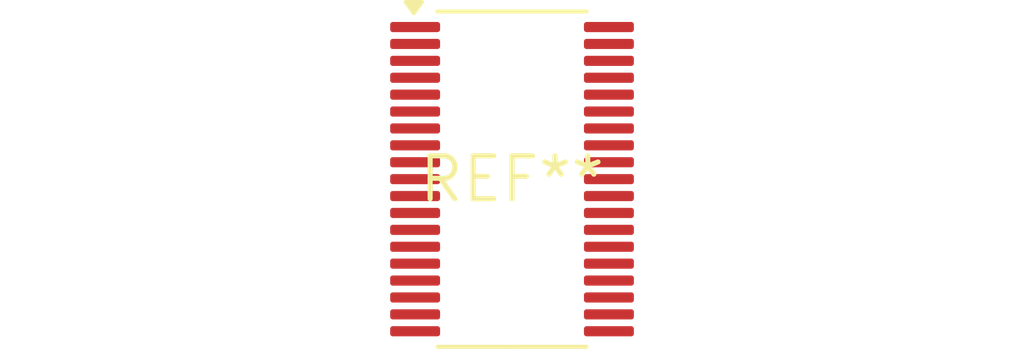
<source format=kicad_pcb>
(kicad_pcb (version 20240108) (generator pcbnew)
  (layers (0 "F.Cu" signal) (31 "B.Cu" signal) (34 "B.Paste" user) (35 "F.Paste" user) (36 "B.SilkS" user "B.Silkscreen") (37 "F.SilkS" user "F.Silkscreen") (38 "B.Mask" user) (39 "F.Mask" user) (44 "Edge.Cuts" user))
  (net 0 "")
  (footprint "TSSOP-38_4.4x9.7mm_P0.5mm" (layer "F.Cu") (at 0 0)
    (property "Reference" "REF**")
    (property "Value" "TSSOP-38_4.4x9.7mm_P0.5mm")
    (fp_line (start 0 -4.96) (end -2.2 -4.96) (layer "F.SilkS") (stroke (width 0.12)))
    (fp_line (start 0 -4.96) (end 2.2 -4.96) (layer "F.SilkS") (stroke (width 0.12)))
    (fp_line (start 0 4.96) (end -2.2 4.96) (layer "F.SilkS") (stroke (width 0.12)))
    (fp_line (start 0 4.96) (end 2.2 4.96) (layer "F.SilkS") (stroke (width 0.12)))
    (fp_poly (pts (xy -2.9 -4.91) (xy -3.14 -5.24) (xy -2.66 -5.24) (xy -2.9 -4.91)) (layer "F.SilkS") (stroke (width 0.12)) (fill solid))
    (pad "1" smd roundrect (at -2.8625 -4.5) (size 1.475 0.3) (layers "F.Cu" "F.Paste" "F.Mask"))
    (pad "2" smd roundrect (at -2.8625 -4) (size 1.475 0.3) (layers "F.Cu" "F.Paste" "F.Mask"))
    (pad "3" smd roundrect (at -2.8625 -3.5) (size 1.475 0.3) (layers "F.Cu" "F.Paste" "F.Mask"))
    (pad "4" smd roundrect (at -2.8625 -3) (size 1.475 0.3) (layers "F.Cu" "F.Paste" "F.Mask"))
    (pad "5" smd roundrect (at -2.8625 -2.5) (size 1.475 0.3) (layers "F.Cu" "F.Paste" "F.Mask"))
    (pad "6" smd roundrect (at -2.8625 -2) (size 1.475 0.3) (layers "F.Cu" "F.Paste" "F.Mask"))
    (pad "7" smd roundrect (at -2.8625 -1.5) (size 1.475 0.3) (layers "F.Cu" "F.Paste" "F.Mask"))
    (pad "8" smd roundrect (at -2.8625 -1) (size 1.475 0.3) (layers "F.Cu" "F.Paste" "F.Mask"))
    (pad "9" smd roundrect (at -2.8625 -0.5) (size 1.475 0.3) (layers "F.Cu" "F.Paste" "F.Mask"))
    (pad "10" smd roundrect (at -2.8625 0) (size 1.475 0.3) (layers "F.Cu" "F.Paste" "F.Mask"))
    (pad "11" smd roundrect (at -2.8625 0.5) (size 1.475 0.3) (layers "F.Cu" "F.Paste" "F.Mask"))
    (pad "12" smd roundrect (at -2.8625 1) (size 1.475 0.3) (layers "F.Cu" "F.Paste" "F.Mask"))
    (pad "13" smd roundrect (at -2.8625 1.5) (size 1.475 0.3) (layers "F.Cu" "F.Paste" "F.Mask"))
    (pad "14" smd roundrect (at -2.8625 2) (size 1.475 0.3) (layers "F.Cu" "F.Paste" "F.Mask"))
    (pad "15" smd roundrect (at -2.8625 2.5) (size 1.475 0.3) (layers "F.Cu" "F.Paste" "F.Mask"))
    (pad "16" smd roundrect (at -2.8625 3) (size 1.475 0.3) (layers "F.Cu" "F.Paste" "F.Mask"))
    (pad "17" smd roundrect (at -2.8625 3.5) (size 1.475 0.3) (layers "F.Cu" "F.Paste" "F.Mask"))
    (pad "18" smd roundrect (at -2.8625 4) (size 1.475 0.3) (layers "F.Cu" "F.Paste" "F.Mask"))
    (pad "19" smd roundrect (at -2.8625 4.5) (size 1.475 0.3) (layers "F.Cu" "F.Paste" "F.Mask"))
    (pad "20" smd roundrect (at 2.8625 4.5) (size 1.475 0.3) (layers "F.Cu" "F.Paste" "F.Mask"))
    (pad "21" smd roundrect (at 2.8625 4) (size 1.475 0.3) (layers "F.Cu" "F.Paste" "F.Mask"))
    (pad "22" smd roundrect (at 2.8625 3.5) (size 1.475 0.3) (layers "F.Cu" "F.Paste" "F.Mask"))
    (pad "23" smd roundrect (at 2.8625 3) (size 1.475 0.3) (layers "F.Cu" "F.Paste" "F.Mask"))
    (pad "24" smd roundrect (at 2.8625 2.5) (size 1.475 0.3) (layers "F.Cu" "F.Paste" "F.Mask"))
    (pad "25" smd roundrect (at 2.8625 2) (size 1.475 0.3) (layers "F.Cu" "F.Paste" "F.Mask"))
    (pad "26" smd roundrect (at 2.8625 1.5) (size 1.475 0.3) (layers "F.Cu" "F.Paste" "F.Mask"))
    (pad "27" smd roundrect (at 2.8625 1) (size 1.475 0.3) (layers "F.Cu" "F.Paste" "F.Mask"))
    (pad "28" smd roundrect (at 2.8625 0.5) (size 1.475 0.3) (layers "F.Cu" "F.Paste" "F.Mask"))
    (pad "29" smd roundrect (at 2.8625 0) (size 1.475 0.3) (layers "F.Cu" "F.Paste" "F.Mask"))
    (pad "30" smd roundrect (at 2.8625 -0.5) (size 1.475 0.3) (layers "F.Cu" "F.Paste" "F.Mask"))
    (pad "31" smd roundrect (at 2.8625 -1) (size 1.475 0.3) (layers "F.Cu" "F.Paste" "F.Mask"))
    (pad "32" smd roundrect (at 2.8625 -1.5) (size 1.475 0.3) (layers "F.Cu" "F.Paste" "F.Mask"))
    (pad "33" smd roundrect (at 2.8625 -2) (size 1.475 0.3) (layers "F.Cu" "F.Paste" "F.Mask"))
    (pad "34" smd roundrect (at 2.8625 -2.5) (size 1.475 0.3) (layers "F.Cu" "F.Paste" "F.Mask"))
    (pad "35" smd roundrect (at 2.8625 -3) (size 1.475 0.3) (layers "F.Cu" "F.Paste" "F.Mask"))
    (pad "36" smd roundrect (at 2.8625 -3.5) (size 1.475 0.3) (layers "F.Cu" "F.Paste" "F.Mask"))
    (pad "37" smd roundrect (at 2.8625 -4) (size 1.475 0.3) (layers "F.Cu" "F.Paste" "F.Mask"))
    (pad "38" smd roundrect (at 2.8625 -4.5) (size 1.475 0.3) (layers "F.Cu" "F.Paste" "F.Mask"))
  )
)
</source>
